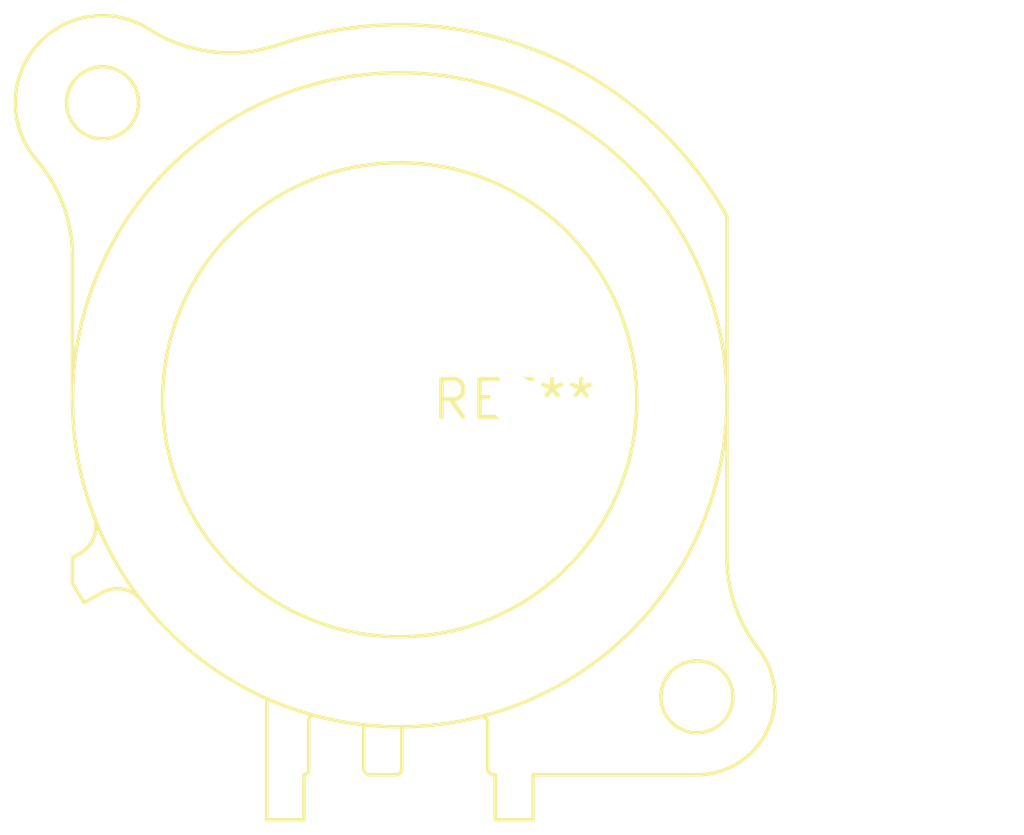
<source format=kicad_pcb>
(kicad_pcb (version 20240108) (generator pcbnew)
  (layers (0 "F.Cu" signal) (31 "B.Cu" signal) (34 "B.Paste" user) (35 "F.Paste" user) (36 "B.SilkS" user "B.Silkscreen") (37 "F.SilkS" user "F.Silkscreen") (38 "B.Mask" user) (39 "F.Mask" user) (44 "Edge.Cuts" user))
  (net 0 "")
  (footprint "Jack_XLR_Neutrik_NC3FAV1_Vertical" (layer "F.Cu") (at 0 0)
    (property "Reference" "REF**")
    (property "Value" "Jack_XLR_Neutrik_NC3FAV1_Vertical")
    (fp_line (start -14.71 0) (end -14.71 -4.76) (layer "F.SilkS") (stroke (width 0.12)))
    (fp_line (start -14.71 5.26) (end -14.71 6.12) (layer "F.SilkS") (stroke (width 0.12)))
    (fp_line (start -14.44 5.11) (end -14.71 5.26) (layer "F.SilkS") (stroke (width 0.12)))
    (fp_line (start -14.32 6.76) (end -13.71 6.42) (layer "F.SilkS") (stroke (width 0.12)))
    (fp_line (start -8.24 9.96) (end -8.24 14) (layer "F.SilkS") (stroke (width 0.12)))
    (fp_line (start -7 12.5) (end -7 14) (layer "F.SilkS") (stroke (width 0.12)))
    (fp_line (start -7 14) (end -8.24 14) (layer "F.SilkS") (stroke (width 0.12)))
    (fp_line (start -6.84 12.34) (end -6.84 10.69) (layer "F.SilkS") (stroke (width 0.12)))
    (fp_line (start -5.01 10.83) (end -5.01 12.3) (layer "F.SilkS") (stroke (width 0.12)))
    (fp_line (start -3.94 12.5) (end -4.81 12.5) (layer "F.SilkS") (stroke (width 0.12)))
    (fp_line (start -3.74 10.9) (end -3.74 12.3) (layer "F.SilkS") (stroke (width 0.12)))
    (fp_line (start -0.88 12.3) (end -0.88 10.76) (layer "F.SilkS") (stroke (width 0.12)))
    (fp_line (start -0.63 12.5) (end -0.68 12.5) (layer "F.SilkS") (stroke (width 0.12)))
    (fp_line (start -0.63 12.5) (end -0.63 14) (layer "F.SilkS") (stroke (width 0.12)))
    (fp_line (start 0.62 14) (end -0.63 14) (layer "F.SilkS") (stroke (width 0.12)))
    (fp_line (start 0.63 12.5) (end 6.09 12.5) (layer "F.SilkS") (stroke (width 0.12)))
    (fp_line (start 0.63 14) (end 0.63 12.5) (layer "F.SilkS") (stroke (width 0.12)))
    (fp_line (start 7.09 5.24) (end 7.09 -6.12) (layer "F.SilkS") (stroke (width 0.12)))
    (fp_arc (start -15.908829 -8.000856) (mid -15.019313 -6.48774) (end -14.71 -4.76) (layer "F.SilkS") (stroke (width 0.12)))
    (fp_arc (start -15.908236 -8.001617) (mid -15.907486 -11.799251) (end -12.15 -12.35) (layer "F.SilkS") (stroke (width 0.12)))
    (fp_arc (start -14.32314 6.763008) (mid -14.521396 6.444407) (end -14.71 6.12) (layer "F.SilkS") (stroke (width 0.12)))
    (fp_arc (start -14.004283 3.855674) (mid -13.989213 4.56375) (end -14.44 5.11) (layer "F.SilkS") (stroke (width 0.12)))
    (fp_arc (start -13.71 6.42) (mid -13.01025 6.315915) (end -12.412202 6.693832) (layer "F.SilkS") (stroke (width 0.12)))
    (fp_arc (start -7.848035 -11.831177) (mid -10.058192 -11.599923) (end -12.15 -12.35) (layer "F.SilkS") (stroke (width 0.12)))
    (fp_arc (start -7.841153 -11.83276) (mid 0.657009 -11.675197) (end 7.09 -6.12) (layer "F.SilkS") (stroke (width 0.12)))
    (fp_arc (start -6.84 10.69) (mid -6.803713 10.578321) (end -6.708713 10.509299) (layer "F.SilkS") (stroke (width 0.12)))
    (fp_arc (start -6.84 12.34) (mid -6.886863 12.453137) (end -7 12.5) (layer "F.SilkS") (stroke (width 0.12)))
    (fp_arc (start -4.81 12.5) (mid -4.951421 12.441421) (end -5.01 12.3) (layer "F.SilkS") (stroke (width 0.12)))
    (fp_arc (start -3.74 12.3) (mid -3.798579 12.441421) (end -3.94 12.5) (layer "F.SilkS") (stroke (width 0.12)))
    (fp_arc (start -1.1294 10.566197) (mid -0.957281 10.602076) (end -0.88 10.76) (layer "F.SilkS") (stroke (width 0.12)))
    (fp_arc (start -0.68 12.5) (mid -0.821421 12.441421) (end -0.88 12.3) (layer "F.SilkS") (stroke (width 0.12)))
    (fp_arc (start 2.636924 -8.782671) (mid 2.628394 -8.791269) (end 2.62 -8.8) (layer "F.SilkS") (stroke (width 0.12)))
    (fp_arc (start 2.680052 -8.767734) (mid 2.65973 -8.7835) (end 2.64 -8.8) (layer "F.SilkS") (stroke (width 0.12)))
    (fp_arc (start 8.095865 8.245761) (mid 8.441704 11.008824) (end 6.09 12.5) (layer "F.SilkS") (stroke (width 0.12)))
    (fp_arc (start 8.098032 8.243976) (mid 7.348729 6.824298) (end 7.09 5.24) (layer "F.SilkS") (stroke (width 0.12)))
    (fp_circle (center -13.71 -9.9) (end -12.51 -9.9) (layer "F.SilkS") (stroke (width 0.12)) (fill none))
    (fp_circle (center -3.81 0) (end 4.09 0) (layer "F.SilkS") (stroke (width 0.12)) (fill none))
    (fp_circle (center -3.81 0) (end 7.09 0) (layer "F.SilkS") (stroke (width 0.12)) (fill none))
    (fp_circle (center 6.09 9.9) (end 7.29 9.9) (layer "F.SilkS") (stroke (width 0.12)) (fill none))
    (pad "1" thru_hole circle (at 0 0) (size 3.4 3.4) (drill 1.6) (layers *.Cu *.Mask) (remove_unused_layers))
    (pad "2" thru_hole circle (at -7.62 0) (size 3.4 3.4) (drill 1.6) (layers *.Cu *.Mask) (remove_unused_layers))
    (pad "3" thru_hole circle (at -3.81 4.45) (size 2.9 2.9) (drill 1.2) (layers *.Cu *.Mask) (remove_unused_layers))
  )
)
</source>
